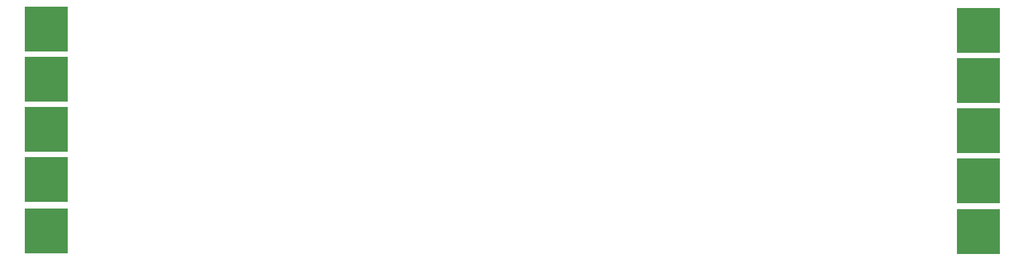
<source format=gbr>
%TF.GenerationSoftware,KiCad,Pcbnew,(5.1.9)-1*%
%TF.CreationDate,2021-12-14T13:52:55-06:00*%
%TF.ProjectId,Tri-Color-Panel,5472692d-436f-46c6-9f72-2d50616e656c,rev?*%
%TF.SameCoordinates,Original*%
%TF.FileFunction,Soldermask,Bot*%
%TF.FilePolarity,Negative*%
%FSLAX46Y46*%
G04 Gerber Fmt 4.6, Leading zero omitted, Abs format (unit mm)*
G04 Created by KiCad (PCBNEW (5.1.9)-1) date 2021-12-14 13:52:55*
%MOMM*%
%LPD*%
G01*
G04 APERTURE LIST*
%ADD10C,0.100000*%
G04 APERTURE END LIST*
D10*
G36*
X87630000Y-101092000D02*
G01*
X82296000Y-101092000D01*
X82296000Y-95504000D01*
X87630000Y-95504000D01*
X87630000Y-101092000D01*
G37*
X87630000Y-101092000D02*
X82296000Y-101092000D01*
X82296000Y-95504000D01*
X87630000Y-95504000D01*
X87630000Y-101092000D01*
G36*
X87630000Y-94742000D02*
G01*
X82296000Y-94742000D01*
X82296000Y-89154000D01*
X87630000Y-89154000D01*
X87630000Y-94742000D01*
G37*
X87630000Y-94742000D02*
X82296000Y-94742000D01*
X82296000Y-89154000D01*
X87630000Y-89154000D01*
X87630000Y-94742000D01*
G36*
X87630000Y-107569000D02*
G01*
X82296000Y-107569000D01*
X82296000Y-101981000D01*
X87630000Y-101981000D01*
X87630000Y-107569000D01*
G37*
X87630000Y-107569000D02*
X82296000Y-107569000D01*
X82296000Y-101981000D01*
X87630000Y-101981000D01*
X87630000Y-107569000D01*
G36*
X87630000Y-82042000D02*
G01*
X82296000Y-82042000D01*
X82296000Y-76454000D01*
X87630000Y-76454000D01*
X87630000Y-82042000D01*
G37*
X87630000Y-82042000D02*
X82296000Y-82042000D01*
X82296000Y-76454000D01*
X87630000Y-76454000D01*
X87630000Y-82042000D01*
G36*
X87630000Y-88392000D02*
G01*
X82296000Y-88392000D01*
X82296000Y-82804000D01*
X87630000Y-82804000D01*
X87630000Y-88392000D01*
G37*
X87630000Y-88392000D02*
X82296000Y-88392000D01*
X82296000Y-82804000D01*
X87630000Y-82804000D01*
X87630000Y-88392000D01*
G36*
X205359000Y-107696000D02*
G01*
X200025000Y-107696000D01*
X200025000Y-102108000D01*
X205359000Y-102108000D01*
X205359000Y-107696000D01*
G37*
X205359000Y-107696000D02*
X200025000Y-107696000D01*
X200025000Y-102108000D01*
X205359000Y-102108000D01*
X205359000Y-107696000D01*
G36*
X205359000Y-101219000D02*
G01*
X200025000Y-101219000D01*
X200025000Y-95631000D01*
X205359000Y-95631000D01*
X205359000Y-101219000D01*
G37*
X205359000Y-101219000D02*
X200025000Y-101219000D01*
X200025000Y-95631000D01*
X205359000Y-95631000D01*
X205359000Y-101219000D01*
G36*
X205359000Y-94869000D02*
G01*
X200025000Y-94869000D01*
X200025000Y-89281000D01*
X205359000Y-89281000D01*
X205359000Y-94869000D01*
G37*
X205359000Y-94869000D02*
X200025000Y-94869000D01*
X200025000Y-89281000D01*
X205359000Y-89281000D01*
X205359000Y-94869000D01*
G36*
X205359000Y-88519000D02*
G01*
X200025000Y-88519000D01*
X200025000Y-82931000D01*
X205359000Y-82931000D01*
X205359000Y-88519000D01*
G37*
X205359000Y-88519000D02*
X200025000Y-88519000D01*
X200025000Y-82931000D01*
X205359000Y-82931000D01*
X205359000Y-88519000D01*
G36*
X205359000Y-82169000D02*
G01*
X200025000Y-82169000D01*
X200025000Y-76581000D01*
X205359000Y-76581000D01*
X205359000Y-82169000D01*
G37*
X205359000Y-82169000D02*
X200025000Y-82169000D01*
X200025000Y-76581000D01*
X205359000Y-76581000D01*
X205359000Y-82169000D01*
M02*

</source>
